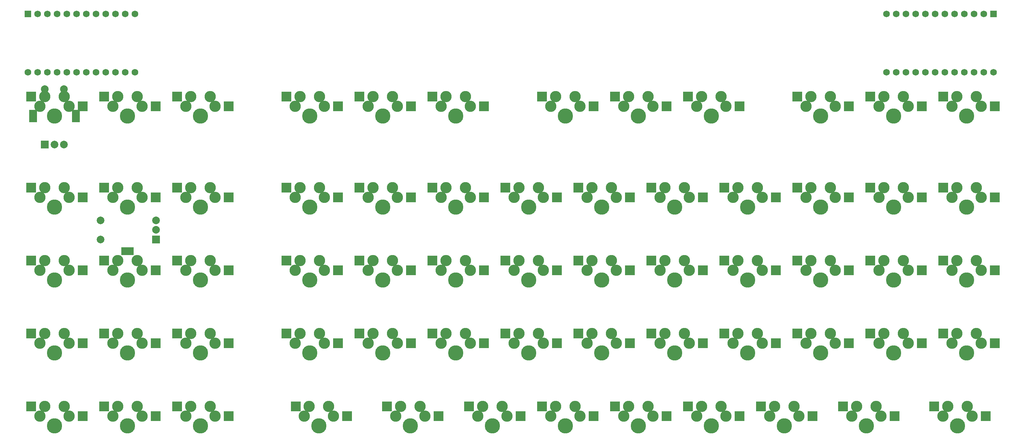
<source format=gts>
G04 #@! TF.GenerationSoftware,KiCad,Pcbnew,(5.1.10)-1*
G04 #@! TF.CreationDate,2022-01-11T02:36:13-06:00*
G04 #@! TF.ProjectId,O'Shambles,4f275368-616d-4626-9c65-732e6b696361,rev?*
G04 #@! TF.SameCoordinates,Original*
G04 #@! TF.FileFunction,Soldermask,Top*
G04 #@! TF.FilePolarity,Negative*
%FSLAX46Y46*%
G04 Gerber Fmt 4.6, Leading zero omitted, Abs format (unit mm)*
G04 Created by KiCad (PCBNEW (5.1.10)-1) date 2022-01-11 02:36:13*
%MOMM*%
%LPD*%
G01*
G04 APERTURE LIST*
%ADD10R,2.000000X2.000000*%
%ADD11C,2.000000*%
%ADD12R,2.000000X3.200000*%
%ADD13R,1.752600X1.752600*%
%ADD14C,1.752600*%
%ADD15C,3.980180*%
%ADD16C,2.950000*%
%ADD17R,2.550000X2.500000*%
%ADD18R,3.200000X2.000000*%
G04 APERTURE END LIST*
D10*
X27050000Y-71587500D03*
D11*
X29550000Y-71587500D03*
X32050000Y-71587500D03*
D12*
X23950000Y-64087500D03*
X35150000Y-64087500D03*
D11*
X27050000Y-57087500D03*
X32050000Y-57087500D03*
D13*
X274645000Y-37417500D03*
D14*
X272105000Y-37417500D03*
X269565000Y-37417500D03*
X267025000Y-37417500D03*
X264485000Y-37417500D03*
X261945000Y-37417500D03*
X259405000Y-37417500D03*
X256865000Y-37417500D03*
X254325000Y-37417500D03*
X251785000Y-37417500D03*
X249245000Y-37417500D03*
X246705000Y-52657500D03*
X249245000Y-52657500D03*
X251785000Y-52657500D03*
X254325000Y-52657500D03*
X256865000Y-52657500D03*
X259405000Y-52657500D03*
X261945000Y-52657500D03*
X264485000Y-52657500D03*
X267025000Y-52657500D03*
X269565000Y-52657500D03*
X272105000Y-52657500D03*
X246705000Y-37417500D03*
X274645000Y-52657500D03*
X22580000Y-52657500D03*
X50520000Y-37417500D03*
X25120000Y-52657500D03*
X27660000Y-52657500D03*
X30200000Y-52657500D03*
X32740000Y-52657500D03*
X35280000Y-52657500D03*
X37820000Y-52657500D03*
X40360000Y-52657500D03*
X42900000Y-52657500D03*
X45440000Y-52657500D03*
X47980000Y-52657500D03*
X50520000Y-52657500D03*
X47980000Y-37417500D03*
X45440000Y-37417500D03*
X42900000Y-37417500D03*
X40360000Y-37417500D03*
X37820000Y-37417500D03*
X35280000Y-37417500D03*
X32740000Y-37417500D03*
X30200000Y-37417500D03*
X27660000Y-37417500D03*
X25120000Y-37417500D03*
D13*
X22580000Y-37417500D03*
D15*
X267675000Y-64087500D03*
D16*
X270215000Y-59007500D03*
X263865000Y-61547500D03*
X271485000Y-61547500D03*
X265135000Y-59007500D03*
D17*
X261585000Y-59007500D03*
X275035000Y-61547500D03*
D15*
X248625000Y-64087500D03*
D16*
X251165000Y-59007500D03*
X244815000Y-61547500D03*
X252435000Y-61547500D03*
X246085000Y-59007500D03*
D17*
X242535000Y-59007500D03*
X255985000Y-61547500D03*
D15*
X29550000Y-106950000D03*
D16*
X32090000Y-101870000D03*
X25740000Y-104410000D03*
X33360000Y-104410000D03*
X27010000Y-101870000D03*
D17*
X23460000Y-101870000D03*
X36910000Y-104410000D03*
D10*
X56100000Y-96355000D03*
D11*
X56100000Y-93855000D03*
X56100000Y-91355000D03*
D18*
X48600000Y-99455000D03*
X48600000Y-88255000D03*
D11*
X41600000Y-96355000D03*
X41600000Y-91355000D03*
D15*
X29550000Y-145050000D03*
D16*
X32090000Y-139970000D03*
X25740000Y-142510000D03*
X33360000Y-142510000D03*
X27010000Y-139970000D03*
D17*
X23460000Y-139970000D03*
X36910000Y-142510000D03*
X272653750Y-142510000D03*
X259203750Y-139970000D03*
D16*
X262753750Y-139970000D03*
X269103750Y-142510000D03*
X261483750Y-142510000D03*
X267833750Y-139970000D03*
D15*
X265293750Y-145050000D03*
D17*
X248841250Y-142510000D03*
X235391250Y-139970000D03*
D16*
X238941250Y-139970000D03*
X245291250Y-142510000D03*
X237671250Y-142510000D03*
X244021250Y-139970000D03*
D15*
X241481250Y-145050000D03*
D17*
X227410000Y-142510000D03*
X213960000Y-139970000D03*
D16*
X217510000Y-139970000D03*
X223860000Y-142510000D03*
X216240000Y-142510000D03*
X222590000Y-139970000D03*
D15*
X220050000Y-145050000D03*
D17*
X208360000Y-142510000D03*
X194910000Y-139970000D03*
D16*
X198460000Y-139970000D03*
X204810000Y-142510000D03*
X197190000Y-142510000D03*
X203540000Y-139970000D03*
D15*
X201000000Y-145050000D03*
D17*
X189310000Y-142510000D03*
X175860000Y-139970000D03*
D16*
X179410000Y-139970000D03*
X185760000Y-142510000D03*
X178140000Y-142510000D03*
X184490000Y-139970000D03*
D15*
X181950000Y-145050000D03*
D17*
X170260000Y-142510000D03*
X156810000Y-139970000D03*
D16*
X160360000Y-139970000D03*
X166710000Y-142510000D03*
X159090000Y-142510000D03*
X165440000Y-139970000D03*
D15*
X162900000Y-145050000D03*
D17*
X151210000Y-142510000D03*
X137760000Y-139970000D03*
D16*
X141310000Y-139970000D03*
X147660000Y-142510000D03*
X140040000Y-142510000D03*
X146390000Y-139970000D03*
D15*
X143850000Y-145050000D03*
D17*
X129778750Y-142510000D03*
X116328750Y-139970000D03*
D16*
X119878750Y-139970000D03*
X126228750Y-142510000D03*
X118608750Y-142510000D03*
X124958750Y-139970000D03*
D15*
X122418750Y-145050000D03*
D17*
X105966250Y-142510000D03*
X92516250Y-139970000D03*
D16*
X96066250Y-139970000D03*
X102416250Y-142510000D03*
X94796250Y-142510000D03*
X101146250Y-139970000D03*
D15*
X98606250Y-145050000D03*
D17*
X75010000Y-142510000D03*
X61560000Y-139970000D03*
D16*
X65110000Y-139970000D03*
X71460000Y-142510000D03*
X63840000Y-142510000D03*
X70190000Y-139970000D03*
D15*
X67650000Y-145050000D03*
D17*
X55960000Y-142510000D03*
X42510000Y-139970000D03*
D16*
X46060000Y-139970000D03*
X52410000Y-142510000D03*
X44790000Y-142510000D03*
X51140000Y-139970000D03*
D15*
X48600000Y-145050000D03*
X267675000Y-126000000D03*
D16*
X270215000Y-120920000D03*
X263865000Y-123460000D03*
X271485000Y-123460000D03*
X265135000Y-120920000D03*
D17*
X261585000Y-120920000D03*
X275035000Y-123460000D03*
D15*
X248625000Y-126000000D03*
D16*
X251165000Y-120920000D03*
X244815000Y-123460000D03*
X252435000Y-123460000D03*
X246085000Y-120920000D03*
D17*
X242535000Y-120920000D03*
X255985000Y-123460000D03*
D15*
X229575000Y-126000000D03*
D16*
X232115000Y-120920000D03*
X225765000Y-123460000D03*
X233385000Y-123460000D03*
X227035000Y-120920000D03*
D17*
X223485000Y-120920000D03*
X236935000Y-123460000D03*
D15*
X210525000Y-126000000D03*
D16*
X213065000Y-120920000D03*
X206715000Y-123460000D03*
X214335000Y-123460000D03*
X207985000Y-120920000D03*
D17*
X204435000Y-120920000D03*
X217885000Y-123460000D03*
D15*
X191475000Y-126000000D03*
D16*
X194015000Y-120920000D03*
X187665000Y-123460000D03*
X195285000Y-123460000D03*
X188935000Y-120920000D03*
D17*
X185385000Y-120920000D03*
X198835000Y-123460000D03*
D15*
X172425000Y-126000000D03*
D16*
X174965000Y-120920000D03*
X168615000Y-123460000D03*
X176235000Y-123460000D03*
X169885000Y-120920000D03*
D17*
X166335000Y-120920000D03*
X179785000Y-123460000D03*
D15*
X153375000Y-126000000D03*
D16*
X155915000Y-120920000D03*
X149565000Y-123460000D03*
X157185000Y-123460000D03*
X150835000Y-120920000D03*
D17*
X147285000Y-120920000D03*
X160735000Y-123460000D03*
D15*
X134325000Y-126000000D03*
D16*
X136865000Y-120920000D03*
X130515000Y-123460000D03*
X138135000Y-123460000D03*
X131785000Y-120920000D03*
D17*
X128235000Y-120920000D03*
X141685000Y-123460000D03*
D15*
X115275000Y-126000000D03*
D16*
X117815000Y-120920000D03*
X111465000Y-123460000D03*
X119085000Y-123460000D03*
X112735000Y-120920000D03*
D17*
X109185000Y-120920000D03*
X122635000Y-123460000D03*
D15*
X96225000Y-126000000D03*
D16*
X98765000Y-120920000D03*
X92415000Y-123460000D03*
X100035000Y-123460000D03*
X93685000Y-120920000D03*
D17*
X90135000Y-120920000D03*
X103585000Y-123460000D03*
D15*
X67650000Y-126000000D03*
D16*
X70190000Y-120920000D03*
X63840000Y-123460000D03*
X71460000Y-123460000D03*
X65110000Y-120920000D03*
D17*
X61560000Y-120920000D03*
X75010000Y-123460000D03*
D15*
X48600000Y-126000000D03*
D16*
X51140000Y-120920000D03*
X44790000Y-123460000D03*
X52410000Y-123460000D03*
X46060000Y-120920000D03*
D17*
X42510000Y-120920000D03*
X55960000Y-123460000D03*
D15*
X29550000Y-126000000D03*
D16*
X32090000Y-120920000D03*
X25740000Y-123460000D03*
X33360000Y-123460000D03*
X27010000Y-120920000D03*
D17*
X23460000Y-120920000D03*
X36910000Y-123460000D03*
D15*
X267675000Y-106950000D03*
D16*
X270215000Y-101870000D03*
X263865000Y-104410000D03*
X271485000Y-104410000D03*
X265135000Y-101870000D03*
D17*
X261585000Y-101870000D03*
X275035000Y-104410000D03*
D15*
X248625000Y-106950000D03*
D16*
X251165000Y-101870000D03*
X244815000Y-104410000D03*
X252435000Y-104410000D03*
X246085000Y-101870000D03*
D17*
X242535000Y-101870000D03*
X255985000Y-104410000D03*
D15*
X229575000Y-106950000D03*
D16*
X232115000Y-101870000D03*
X225765000Y-104410000D03*
X233385000Y-104410000D03*
X227035000Y-101870000D03*
D17*
X223485000Y-101870000D03*
X236935000Y-104410000D03*
D15*
X210525000Y-106950000D03*
D16*
X213065000Y-101870000D03*
X206715000Y-104410000D03*
X214335000Y-104410000D03*
X207985000Y-101870000D03*
D17*
X204435000Y-101870000D03*
X217885000Y-104410000D03*
D15*
X191475000Y-106950000D03*
D16*
X194015000Y-101870000D03*
X187665000Y-104410000D03*
X195285000Y-104410000D03*
X188935000Y-101870000D03*
D17*
X185385000Y-101870000D03*
X198835000Y-104410000D03*
D15*
X172425000Y-106950000D03*
D16*
X174965000Y-101870000D03*
X168615000Y-104410000D03*
X176235000Y-104410000D03*
X169885000Y-101870000D03*
D17*
X166335000Y-101870000D03*
X179785000Y-104410000D03*
D15*
X153375000Y-106950000D03*
D16*
X155915000Y-101870000D03*
X149565000Y-104410000D03*
X157185000Y-104410000D03*
X150835000Y-101870000D03*
D17*
X147285000Y-101870000D03*
X160735000Y-104410000D03*
D15*
X134325000Y-106950000D03*
D16*
X136865000Y-101870000D03*
X130515000Y-104410000D03*
X138135000Y-104410000D03*
X131785000Y-101870000D03*
D17*
X128235000Y-101870000D03*
X141685000Y-104410000D03*
D15*
X115275000Y-106950000D03*
D16*
X117815000Y-101870000D03*
X111465000Y-104410000D03*
X119085000Y-104410000D03*
X112735000Y-101870000D03*
D17*
X109185000Y-101870000D03*
X122635000Y-104410000D03*
D15*
X96225000Y-106950000D03*
D16*
X98765000Y-101870000D03*
X92415000Y-104410000D03*
X100035000Y-104410000D03*
X93685000Y-101870000D03*
D17*
X90135000Y-101870000D03*
X103585000Y-104410000D03*
D15*
X67650000Y-106950000D03*
D16*
X70190000Y-101870000D03*
X63840000Y-104410000D03*
X71460000Y-104410000D03*
X65110000Y-101870000D03*
D17*
X61560000Y-101870000D03*
X75010000Y-104410000D03*
D15*
X48600000Y-106950000D03*
D16*
X51140000Y-101870000D03*
X44790000Y-104410000D03*
X52410000Y-104410000D03*
X46060000Y-101870000D03*
D17*
X42510000Y-101870000D03*
X55960000Y-104410000D03*
D15*
X267675000Y-87900000D03*
D16*
X270215000Y-82820000D03*
X263865000Y-85360000D03*
X271485000Y-85360000D03*
X265135000Y-82820000D03*
D17*
X261585000Y-82820000D03*
X275035000Y-85360000D03*
D15*
X248625000Y-87900000D03*
D16*
X251165000Y-82820000D03*
X244815000Y-85360000D03*
X252435000Y-85360000D03*
X246085000Y-82820000D03*
D17*
X242535000Y-82820000D03*
X255985000Y-85360000D03*
D15*
X229575000Y-87900000D03*
D16*
X232115000Y-82820000D03*
X225765000Y-85360000D03*
X233385000Y-85360000D03*
X227035000Y-82820000D03*
D17*
X223485000Y-82820000D03*
X236935000Y-85360000D03*
D15*
X210525000Y-87900000D03*
D16*
X213065000Y-82820000D03*
X206715000Y-85360000D03*
X214335000Y-85360000D03*
X207985000Y-82820000D03*
D17*
X204435000Y-82820000D03*
X217885000Y-85360000D03*
D15*
X191475000Y-87900000D03*
D16*
X194015000Y-82820000D03*
X187665000Y-85360000D03*
X195285000Y-85360000D03*
X188935000Y-82820000D03*
D17*
X185385000Y-82820000D03*
X198835000Y-85360000D03*
D15*
X172425000Y-87900000D03*
D16*
X174965000Y-82820000D03*
X168615000Y-85360000D03*
X176235000Y-85360000D03*
X169885000Y-82820000D03*
D17*
X166335000Y-82820000D03*
X179785000Y-85360000D03*
D15*
X153375000Y-87900000D03*
D16*
X155915000Y-82820000D03*
X149565000Y-85360000D03*
X157185000Y-85360000D03*
X150835000Y-82820000D03*
D17*
X147285000Y-82820000D03*
X160735000Y-85360000D03*
D15*
X134325000Y-87900000D03*
D16*
X136865000Y-82820000D03*
X130515000Y-85360000D03*
X138135000Y-85360000D03*
X131785000Y-82820000D03*
D17*
X128235000Y-82820000D03*
X141685000Y-85360000D03*
D15*
X115275000Y-87900000D03*
D16*
X117815000Y-82820000D03*
X111465000Y-85360000D03*
X119085000Y-85360000D03*
X112735000Y-82820000D03*
D17*
X109185000Y-82820000D03*
X122635000Y-85360000D03*
D15*
X96225000Y-87900000D03*
D16*
X98765000Y-82820000D03*
X92415000Y-85360000D03*
X100035000Y-85360000D03*
X93685000Y-82820000D03*
D17*
X90135000Y-82820000D03*
X103585000Y-85360000D03*
D15*
X67650000Y-87900000D03*
D16*
X70190000Y-82820000D03*
X63840000Y-85360000D03*
X71460000Y-85360000D03*
X65110000Y-82820000D03*
D17*
X61560000Y-82820000D03*
X75010000Y-85360000D03*
D15*
X48600000Y-87900000D03*
D16*
X51140000Y-82820000D03*
X44790000Y-85360000D03*
X52410000Y-85360000D03*
X46060000Y-82820000D03*
D17*
X42510000Y-82820000D03*
X55960000Y-85360000D03*
D15*
X29550000Y-87900000D03*
D16*
X32090000Y-82820000D03*
X25740000Y-85360000D03*
X33360000Y-85360000D03*
X27010000Y-82820000D03*
D17*
X23460000Y-82820000D03*
X36910000Y-85360000D03*
D15*
X229575000Y-64087500D03*
D16*
X232115000Y-59007500D03*
X225765000Y-61547500D03*
X233385000Y-61547500D03*
X227035000Y-59007500D03*
D17*
X223485000Y-59007500D03*
X236935000Y-61547500D03*
D15*
X201000000Y-64087500D03*
D16*
X203540000Y-59007500D03*
X197190000Y-61547500D03*
X204810000Y-61547500D03*
X198460000Y-59007500D03*
D17*
X194910000Y-59007500D03*
X208360000Y-61547500D03*
D15*
X181950000Y-64087500D03*
D16*
X184490000Y-59007500D03*
X178140000Y-61547500D03*
X185760000Y-61547500D03*
X179410000Y-59007500D03*
D17*
X175860000Y-59007500D03*
X189310000Y-61547500D03*
D15*
X162900000Y-64087500D03*
D16*
X165440000Y-59007500D03*
X159090000Y-61547500D03*
X166710000Y-61547500D03*
X160360000Y-59007500D03*
D17*
X156810000Y-59007500D03*
X170260000Y-61547500D03*
D15*
X134325000Y-64087500D03*
D16*
X136865000Y-59007500D03*
X130515000Y-61547500D03*
X138135000Y-61547500D03*
X131785000Y-59007500D03*
D17*
X128235000Y-59007500D03*
X141685000Y-61547500D03*
D15*
X115275000Y-64087500D03*
D16*
X117815000Y-59007500D03*
X111465000Y-61547500D03*
X119085000Y-61547500D03*
X112735000Y-59007500D03*
D17*
X109185000Y-59007500D03*
X122635000Y-61547500D03*
D15*
X96225000Y-64087500D03*
D16*
X98765000Y-59007500D03*
X92415000Y-61547500D03*
X100035000Y-61547500D03*
X93685000Y-59007500D03*
D17*
X90135000Y-59007500D03*
X103585000Y-61547500D03*
D15*
X67650000Y-64087500D03*
D16*
X70190000Y-59007500D03*
X63840000Y-61547500D03*
X71460000Y-61547500D03*
X65110000Y-59007500D03*
D17*
X61560000Y-59007500D03*
X75010000Y-61547500D03*
D15*
X48600000Y-64087500D03*
D16*
X51140000Y-59007500D03*
X44790000Y-61547500D03*
X52410000Y-61547500D03*
X46060000Y-59007500D03*
D17*
X42510000Y-59007500D03*
X55960000Y-61547500D03*
D15*
X29550000Y-64087500D03*
D16*
X32090000Y-59007500D03*
X25740000Y-61547500D03*
X33360000Y-61547500D03*
X27010000Y-59007500D03*
D17*
X23460000Y-59007500D03*
X36910000Y-61547500D03*
M02*

</source>
